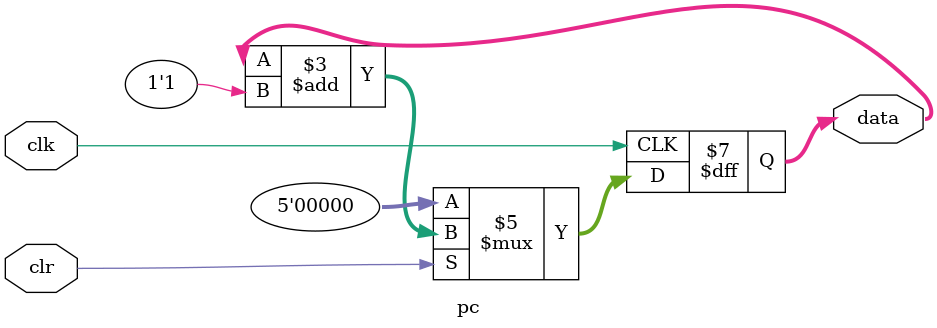
<source format=sv>
module pc
( 
    input clk,
    input clr,
    output logic [4:0] data
);

always_ff @(posedge clk)
    if (!clr)
    begin
        data <= 5'd0;
    end
    else
    begin
        data <= data + 1'd1;
    end

endmodule
</source>
